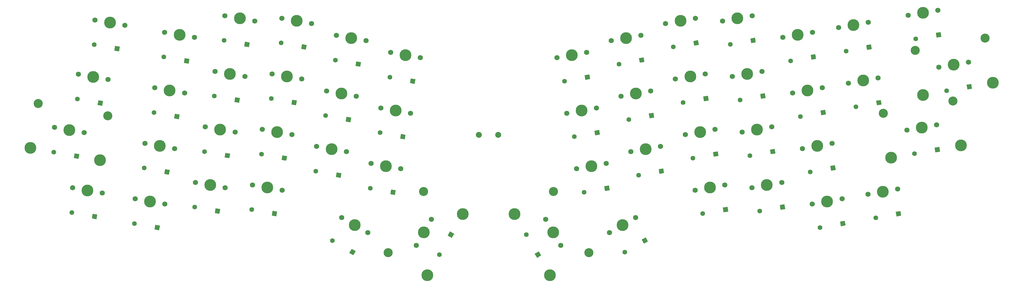
<source format=gts>
G04 #@! TF.GenerationSoftware,KiCad,Pcbnew,(5.1.4-0-10_14)*
G04 #@! TF.CreationDate,2022-04-16T14:17:43-04:00*
G04 #@! TF.ProjectId,keyboard,6b657962-6f61-4726-942e-6b696361645f,rev?*
G04 #@! TF.SameCoordinates,Original*
G04 #@! TF.FileFunction,Soldermask,Top*
G04 #@! TF.FilePolarity,Negative*
%FSLAX46Y46*%
G04 Gerber Fmt 4.6, Leading zero omitted, Abs format (unit mm)*
G04 Created by KiCad (PCBNEW (5.1.4-0-10_14)) date 2022-04-16 14:17:43*
%MOMM*%
%LPD*%
G04 APERTURE LIST*
%ADD10C,2.000000*%
%ADD11C,1.750000*%
%ADD12C,3.987800*%
%ADD13C,1.600000*%
%ADD14C,0.100000*%
%ADD15C,3.048000*%
G04 APERTURE END LIST*
D10*
X207626800Y-93726000D03*
X214126800Y-93726000D03*
D11*
X144610691Y-93619674D03*
X134605045Y-91855408D03*
D12*
X139607868Y-92737541D03*
D11*
X362262011Y-51600531D03*
X352256365Y-53364797D03*
D12*
X357259188Y-52482664D03*
D11*
X170146209Y-126737400D03*
X161347391Y-121657400D03*
D12*
X165746800Y-124197400D03*
D11*
X181263627Y-105159708D03*
X171257981Y-103395442D03*
D12*
X176260804Y-104277575D03*
D11*
X101784565Y-117089555D03*
X91778919Y-115325289D03*
D12*
X96781742Y-116207422D03*
D11*
X108400560Y-79568380D03*
X98394914Y-77804114D03*
D12*
X103397737Y-78686247D03*
D13*
X94815524Y-104899194D03*
X102497024Y-106253650D03*
D14*
G36*
X103423789Y-105604722D02*
G01*
X103145952Y-107180415D01*
X101570259Y-106902578D01*
X101848096Y-105326885D01*
X103423789Y-105604722D01*
X103423789Y-105604722D01*
G37*
D13*
X236469516Y-75563216D03*
X244151016Y-74208760D03*
D14*
G36*
X244799944Y-73281995D02*
G01*
X245077781Y-74857688D01*
X243502088Y-75135525D01*
X243224251Y-73559832D01*
X244799944Y-73281995D01*
X244799944Y-73281995D01*
G37*
D13*
X115138946Y-99343922D03*
X122820446Y-100698378D03*
D14*
G36*
X123747211Y-100049450D02*
G01*
X123469374Y-101625143D01*
X121893681Y-101347306D01*
X122171518Y-99771613D01*
X123747211Y-100049450D01*
X123747211Y-100049450D01*
G37*
D13*
X121754941Y-61822747D03*
X129436441Y-63177203D03*
D14*
G36*
X130363206Y-62528275D02*
G01*
X130085369Y-64103968D01*
X128509676Y-63826131D01*
X128787513Y-62250438D01*
X130363206Y-62528275D01*
X130363206Y-62528275D01*
G37*
D13*
X152660121Y-105959918D03*
X160341621Y-107314374D03*
D14*
G36*
X161268386Y-106665446D02*
G01*
X160990549Y-108241139D01*
X159414856Y-107963302D01*
X159692693Y-106387609D01*
X161268386Y-106665446D01*
X161268386Y-106665446D01*
G37*
D13*
X322564574Y-125014238D03*
X330246074Y-123659782D03*
D14*
G36*
X330895002Y-122733017D02*
G01*
X331172839Y-124308710D01*
X329597146Y-124586547D01*
X329319309Y-123010854D01*
X330895002Y-122733017D01*
X330895002Y-122733017D01*
G37*
D13*
X254795984Y-69793199D03*
X262477484Y-68438743D03*
D14*
G36*
X263126412Y-67511978D02*
G01*
X263404249Y-69087671D01*
X261828556Y-69365508D01*
X261550719Y-67789815D01*
X263126412Y-67511978D01*
X263126412Y-67511978D01*
G37*
D13*
X77980784Y-63243022D03*
X85662284Y-64597478D03*
D14*
G36*
X86589049Y-63948550D02*
G01*
X86311212Y-65524243D01*
X84735519Y-65246406D01*
X85013356Y-63670713D01*
X86589049Y-63948550D01*
X86589049Y-63948550D01*
G37*
D13*
X177602584Y-74208760D03*
X185284084Y-75563216D03*
D14*
G36*
X186210849Y-74914288D02*
G01*
X185933012Y-76489981D01*
X184357319Y-76212144D01*
X184635156Y-74636451D01*
X186210849Y-74914288D01*
X186210849Y-74914288D01*
G37*
D13*
X111830948Y-118104510D03*
X119512448Y-119458966D03*
D14*
G36*
X120439213Y-118810038D02*
G01*
X120161376Y-120385731D01*
X118585683Y-120107894D01*
X118863520Y-118532201D01*
X120439213Y-118810038D01*
X120439213Y-118810038D01*
G37*
D13*
X331401169Y-65424477D03*
X339082669Y-64070021D03*
D14*
G36*
X339731597Y-63143256D02*
G01*
X340009434Y-64718949D01*
X338433741Y-64996786D01*
X338155904Y-63421093D01*
X339731597Y-63143256D01*
X339731597Y-63143256D01*
G37*
D13*
X256756801Y-133296440D03*
X263511799Y-129396440D03*
D14*
G36*
X263804619Y-128303620D02*
G01*
X264604619Y-129689260D01*
X263218979Y-130489260D01*
X262418979Y-129103620D01*
X263804619Y-128303620D01*
X263804619Y-128303620D01*
G37*
D13*
X319256576Y-106253650D03*
X326938076Y-104899194D03*
D14*
G36*
X327587004Y-103972429D02*
G01*
X327864841Y-105548122D01*
X326289148Y-105825959D01*
X326011311Y-104250266D01*
X327587004Y-103972429D01*
X327587004Y-103972429D01*
G37*
D13*
X64329568Y-99523698D03*
X72011068Y-100878154D03*
D14*
G36*
X72937833Y-100229226D02*
G01*
X72659996Y-101804919D01*
X71084303Y-101527082D01*
X71362140Y-99951389D01*
X72937833Y-100229226D01*
X72937833Y-100229226D01*
G37*
D13*
X354432679Y-100051154D03*
X362114179Y-98696698D03*
D14*
G36*
X362763107Y-97769933D02*
G01*
X363040944Y-99345626D01*
X361465251Y-99623463D01*
X361187414Y-98047770D01*
X362763107Y-97769933D01*
X362763107Y-97769933D01*
G37*
D13*
X315948579Y-87493063D03*
X323630079Y-86138607D03*
D14*
G36*
X324279007Y-85211842D02*
G01*
X324556844Y-86787535D01*
X322981151Y-87065372D01*
X322703314Y-85489679D01*
X324279007Y-85211842D01*
X324279007Y-85211842D01*
G37*
D13*
X118446944Y-80583335D03*
X126128444Y-81937791D03*
D14*
G36*
X127055209Y-81288863D02*
G01*
X126777372Y-82864556D01*
X125201679Y-82586719D01*
X125479516Y-81011026D01*
X127055209Y-81288863D01*
X127055209Y-81288863D01*
G37*
D13*
X341325162Y-121706240D03*
X349006662Y-120351784D03*
D14*
G36*
X349655590Y-119425019D02*
G01*
X349933427Y-121000712D01*
X348357734Y-121278549D01*
X348079897Y-119702856D01*
X349655590Y-119425019D01*
X349655590Y-119425019D01*
G37*
D13*
X159276116Y-68438743D03*
X166957616Y-69793199D03*
D14*
G36*
X167884381Y-69144271D02*
G01*
X167606544Y-70719964D01*
X166030851Y-70442127D01*
X166308688Y-68866434D01*
X167884381Y-69144271D01*
X167884381Y-69144271D01*
G37*
D13*
X334709167Y-84185065D03*
X342390667Y-82830609D03*
D14*
G36*
X343039595Y-81903844D02*
G01*
X343317432Y-83479537D01*
X341741739Y-83757374D01*
X341463902Y-82181681D01*
X343039595Y-81903844D01*
X343039595Y-81903844D01*
G37*
D13*
X101431519Y-67378019D03*
X109113019Y-68732475D03*
D14*
G36*
X110039784Y-68083547D02*
G01*
X109761947Y-69659240D01*
X108186254Y-69381403D01*
X108464091Y-67805710D01*
X110039784Y-68083547D01*
X110039784Y-68083547D01*
G37*
D13*
X312640581Y-68732475D03*
X320322081Y-67378019D03*
D14*
G36*
X320971009Y-66451254D02*
G01*
X321248846Y-68026947D01*
X319673153Y-68304784D01*
X319395316Y-66729091D01*
X320971009Y-66451254D01*
X320971009Y-66451254D01*
G37*
D13*
X292317159Y-63177203D03*
X299998659Y-61822747D03*
D14*
G36*
X300647587Y-60895982D02*
G01*
X300925424Y-62471675D01*
X299349731Y-62749512D01*
X299071894Y-61173819D01*
X300647587Y-60895982D01*
X300647587Y-60895982D01*
G37*
D13*
X243085511Y-113084391D03*
X250767011Y-111729935D03*
D14*
G36*
X251415939Y-110803170D02*
G01*
X251693776Y-112378863D01*
X250118083Y-112656700D01*
X249840246Y-111081007D01*
X251415939Y-110803170D01*
X251415939Y-110803170D01*
G37*
D13*
X131025655Y-118950489D03*
X138707155Y-120304945D03*
D14*
G36*
X139633920Y-119656017D02*
G01*
X139356083Y-121231710D01*
X137780390Y-120953873D01*
X138058227Y-119378180D01*
X139633920Y-119656017D01*
X139633920Y-119656017D01*
G37*
D13*
X261411979Y-107314374D03*
X269093479Y-105959918D03*
D14*
G36*
X269742407Y-105033153D02*
G01*
X270020244Y-106608846D01*
X268444551Y-106886683D01*
X268166714Y-105310990D01*
X269742407Y-105033153D01*
X269742407Y-105033153D01*
G37*
D13*
X283046445Y-120304945D03*
X290727945Y-118950489D03*
D14*
G36*
X291376873Y-118023724D02*
G01*
X291654710Y-119599417D01*
X290079017Y-119877254D01*
X289801180Y-118301561D01*
X291376873Y-118023724D01*
X291376873Y-118023724D01*
G37*
D13*
X295625157Y-81937791D03*
X303306657Y-80583335D03*
D14*
G36*
X303955585Y-79656570D02*
G01*
X304233422Y-81232263D01*
X302657729Y-81510100D01*
X302379892Y-79934407D01*
X303955585Y-79656570D01*
X303955585Y-79656570D01*
G37*
D13*
X276430450Y-82783770D03*
X284111950Y-81429314D03*
D14*
G36*
X284760878Y-80502549D02*
G01*
X285038715Y-82078242D01*
X283463022Y-82356079D01*
X283185185Y-80780386D01*
X284760878Y-80502549D01*
X284760878Y-80502549D01*
G37*
D13*
X258103982Y-88553787D03*
X265785482Y-87199331D03*
D14*
G36*
X266434410Y-86272566D02*
G01*
X266712247Y-87848259D01*
X265136554Y-88126096D01*
X264858717Y-86550403D01*
X266434410Y-86272566D01*
X266434410Y-86272566D01*
G37*
D13*
X273122452Y-64023182D03*
X280803952Y-62668726D03*
D14*
G36*
X281452880Y-61741961D02*
G01*
X281730717Y-63317654D01*
X280155024Y-63595491D01*
X279877187Y-62019798D01*
X281452880Y-61741961D01*
X281452880Y-61741961D01*
G37*
D13*
X239777514Y-94323804D03*
X247459014Y-92969348D03*
D14*
G36*
X248107942Y-92042583D02*
G01*
X248385779Y-93618276D01*
X246810086Y-93896113D01*
X246532249Y-92320420D01*
X248107942Y-92042583D01*
X248107942Y-92042583D01*
G37*
D13*
X174294587Y-92969348D03*
X181976087Y-94323804D03*
D14*
G36*
X182902852Y-93674876D02*
G01*
X182625015Y-95250569D01*
X181049322Y-94972732D01*
X181327159Y-93397039D01*
X182902852Y-93674876D01*
X182902852Y-93674876D01*
G37*
D13*
X155968119Y-87199331D03*
X163649619Y-88553787D03*
D14*
G36*
X164576384Y-87904859D02*
G01*
X164298547Y-89480552D01*
X162722854Y-89202715D01*
X163000691Y-87627022D01*
X164576384Y-87904859D01*
X164576384Y-87904859D01*
G37*
D13*
X365195122Y-78809569D03*
X372876622Y-77455113D03*
D14*
G36*
X373525550Y-76528348D02*
G01*
X373803387Y-78104041D01*
X372227694Y-78381878D01*
X371949857Y-76806185D01*
X373525550Y-76528348D01*
X373525550Y-76528348D01*
G37*
D13*
X140949648Y-62668726D03*
X148631148Y-64023182D03*
D14*
G36*
X149557913Y-63374254D02*
G01*
X149280076Y-64949947D01*
X147704383Y-64672110D01*
X147982220Y-63096417D01*
X149557913Y-63374254D01*
X149557913Y-63374254D01*
G37*
D13*
X302241152Y-119458966D03*
X309922652Y-118104510D03*
D14*
G36*
X310571580Y-117177745D02*
G01*
X310849417Y-118753438D01*
X309273724Y-119031275D01*
X308995887Y-117455582D01*
X310571580Y-117177745D01*
X310571580Y-117177745D01*
G37*
D13*
X298933154Y-100698378D03*
X306614654Y-99343922D03*
D14*
G36*
X307263582Y-98417157D02*
G01*
X307541419Y-99992850D01*
X305965726Y-100270687D01*
X305687889Y-98694994D01*
X307263582Y-98417157D01*
X307263582Y-98417157D01*
G37*
D13*
X137641651Y-81429314D03*
X145323151Y-82783770D03*
D14*
G36*
X146249916Y-82134842D02*
G01*
X145972079Y-83710535D01*
X144396386Y-83432698D01*
X144674223Y-81857005D01*
X146249916Y-82134842D01*
X146249916Y-82134842D01*
G37*
D13*
X70401865Y-119938285D03*
X78083365Y-121292741D03*
D14*
G36*
X79010130Y-120643813D02*
G01*
X78732293Y-122219506D01*
X77156600Y-121941669D01*
X77434437Y-120365976D01*
X79010130Y-120643813D01*
X79010130Y-120643813D01*
G37*
D13*
X194268347Y-134169132D03*
X198168347Y-127414134D03*
D14*
G36*
X197875527Y-126321314D02*
G01*
X199261167Y-127121314D01*
X198461167Y-128506954D01*
X197075527Y-127706954D01*
X197875527Y-126321314D01*
X197875527Y-126321314D01*
G37*
D13*
X279738447Y-101544357D03*
X287419947Y-100189901D03*
D14*
G36*
X288068875Y-99263136D02*
G01*
X288346712Y-100838829D01*
X286771019Y-101116666D01*
X286493182Y-99540973D01*
X288068875Y-99263136D01*
X288068875Y-99263136D01*
G37*
D13*
X72327713Y-81590110D03*
X80009213Y-82944566D03*
D14*
G36*
X80935978Y-82295638D02*
G01*
X80658141Y-83871331D01*
X79082448Y-83593494D01*
X79360285Y-82017801D01*
X80935978Y-82295638D01*
X80935978Y-82295638D01*
G37*
D13*
X134333653Y-100189901D03*
X142015153Y-101544357D03*
D14*
G36*
X142941918Y-100895429D02*
G01*
X142664081Y-102471122D01*
X141088388Y-102193285D01*
X141366225Y-100617592D01*
X142941918Y-100895429D01*
X142941918Y-100895429D01*
G37*
D13*
X354851904Y-61289480D03*
X362533404Y-59935024D03*
D14*
G36*
X363182332Y-59008259D02*
G01*
X363460169Y-60583952D01*
X361884476Y-60861789D01*
X361606639Y-59286096D01*
X363182332Y-59008259D01*
X363182332Y-59008259D01*
G37*
D13*
X158241801Y-129396440D03*
X164996799Y-133296440D03*
D14*
G36*
X166089619Y-133003620D02*
G01*
X165289619Y-134389260D01*
X163903979Y-133589260D01*
X164703979Y-132203620D01*
X166089619Y-133003620D01*
X166089619Y-133003620D01*
G37*
D13*
X170986589Y-111729935D03*
X178668089Y-113084391D03*
D14*
G36*
X179594854Y-112435463D02*
G01*
X179317017Y-114011156D01*
X177741324Y-113733319D01*
X178019161Y-112157626D01*
X179594854Y-112435463D01*
X179594854Y-112435463D01*
G37*
D13*
X91507526Y-123659782D03*
X99189026Y-125014238D03*
D14*
G36*
X100115791Y-124365310D02*
G01*
X99837954Y-125941003D01*
X98262261Y-125663166D01*
X98540098Y-124087473D01*
X100115791Y-124365310D01*
X100115791Y-124365310D01*
G37*
D13*
X223585253Y-127414134D03*
X227485253Y-134169132D03*
D14*
G36*
X228578073Y-134461952D02*
G01*
X227192433Y-135261952D01*
X226392433Y-133876312D01*
X227778073Y-133076312D01*
X228578073Y-134461952D01*
X228578073Y-134461952D01*
G37*
D13*
X98123522Y-86138607D03*
X105805022Y-87493063D03*
D14*
G36*
X106731787Y-86844135D02*
G01*
X106453950Y-88419828D01*
X104878257Y-88141991D01*
X105156094Y-86566298D01*
X106731787Y-86844135D01*
X106731787Y-86844135D01*
G37*
D11*
X111708558Y-60807792D03*
X101702912Y-59043526D03*
D12*
X106705735Y-59925659D03*
X202187347Y-120453022D03*
X190249347Y-141130244D03*
D15*
X188989120Y-112833022D03*
X177051120Y-133510244D03*
D11*
X191609307Y-122264724D03*
X186529307Y-131063542D03*
D12*
X189069307Y-126664133D03*
X231504253Y-141130244D03*
X219566253Y-120453022D03*
D15*
X244702480Y-133510244D03*
X232764480Y-112833022D03*
D11*
X235224293Y-131063542D03*
X230144293Y-122264724D03*
D12*
X232684293Y-126664133D03*
D11*
X348735269Y-112017291D03*
X338729623Y-113781557D03*
D12*
X343732446Y-112899424D03*
D11*
X105092562Y-98328967D03*
X95086916Y-96564701D03*
D12*
X100089739Y-97446834D03*
D11*
X243879623Y-65874267D03*
X233873977Y-67638533D03*
D12*
X238876800Y-66756400D03*
D11*
X125415984Y-92773695D03*
X115410338Y-91009429D03*
D12*
X120413161Y-91891562D03*
D11*
X132031980Y-55252520D03*
X122026334Y-53488254D03*
D12*
X127029157Y-54370387D03*
D11*
X162937159Y-99389691D03*
X152931513Y-97625425D03*
D12*
X157934336Y-98507558D03*
D11*
X329974681Y-115325289D03*
X319969035Y-117089555D03*
D12*
X324971858Y-116207422D03*
D11*
X262206091Y-60104250D03*
X252200445Y-61868516D03*
D12*
X257203268Y-60986383D03*
D11*
X88257823Y-56672795D03*
X78252177Y-54908529D03*
D12*
X83255000Y-55790662D03*
D11*
X187879623Y-67638533D03*
X177873977Y-65874267D03*
D12*
X182876800Y-66756400D03*
D11*
X122107987Y-111534283D03*
X112102341Y-109770017D03*
D12*
X117105164Y-110652150D03*
D11*
X338811276Y-55735528D03*
X328805630Y-57499794D03*
D12*
X333808453Y-56617661D03*
D11*
X260406209Y-121657400D03*
X251607391Y-126737400D03*
D12*
X256006800Y-124197400D03*
D11*
X326666684Y-96564701D03*
X316661038Y-98328967D03*
D12*
X321663861Y-97446834D03*
X79926953Y-102273938D03*
X56413683Y-98127914D03*
D15*
X82573351Y-87265468D03*
X59060082Y-83119444D03*
D11*
X74606607Y-92953471D03*
X64600961Y-91189205D03*
D12*
X69603784Y-92071338D03*
X370030064Y-97300914D03*
X346516794Y-101446938D03*
D15*
X367383665Y-82292444D03*
X343870396Y-86438468D03*
D11*
X361842786Y-90362205D03*
X351837140Y-92126471D03*
D12*
X356839963Y-91244338D03*
D11*
X323358686Y-77804114D03*
X313353040Y-79568380D03*
D12*
X318355863Y-78686247D03*
D11*
X128723982Y-74013108D03*
X118718336Y-72248842D03*
D12*
X123721159Y-73130975D03*
D11*
X169553155Y-61868516D03*
X159547509Y-60104250D03*
D12*
X164550332Y-60986383D03*
D11*
X342119274Y-74496116D03*
X332113628Y-76260382D03*
D12*
X337116451Y-75378249D03*
D11*
X320050688Y-59043526D03*
X310045042Y-60807792D03*
D12*
X315047865Y-59925659D03*
D11*
X299727266Y-53488254D03*
X289721620Y-55252520D03*
D12*
X294724443Y-54370387D03*
D11*
X250495619Y-103395442D03*
X240489973Y-105159708D03*
D12*
X245492796Y-104277575D03*
D11*
X141302694Y-112380262D03*
X131297048Y-110615996D03*
D12*
X136299871Y-111498129D03*
D11*
X268822087Y-97625425D03*
X258816441Y-99389691D03*
D12*
X263819264Y-98507558D03*
D11*
X290456552Y-110615996D03*
X280450906Y-112380262D03*
D12*
X285453729Y-111498129D03*
D11*
X303035264Y-72248842D03*
X293029618Y-74013108D03*
D12*
X298032441Y-73130975D03*
D11*
X283840557Y-73094821D03*
X273834911Y-74859087D03*
D12*
X278837734Y-73976954D03*
D11*
X265514089Y-78864838D03*
X255508443Y-80629104D03*
D12*
X260511266Y-79746971D03*
D11*
X280532559Y-54334233D03*
X270526913Y-56098499D03*
D12*
X275529736Y-55216366D03*
D11*
X247187621Y-84634855D03*
X237181975Y-86399121D03*
D12*
X242184798Y-85516988D03*
D11*
X184571625Y-86399121D03*
X174565979Y-84634855D03*
D12*
X179568802Y-85516988D03*
D11*
X166245157Y-80629104D03*
X156239511Y-78864838D03*
D12*
X161242334Y-79746971D03*
X380792507Y-76059329D03*
X357279237Y-80205353D03*
D15*
X378146108Y-61050859D03*
X354632839Y-65196883D03*
D11*
X372605229Y-69120620D03*
X362599583Y-70884886D03*
D12*
X367602406Y-70002753D03*
D11*
X151226687Y-56098499D03*
X141221041Y-54334233D03*
D12*
X146223864Y-55216366D03*
D11*
X309651259Y-109770017D03*
X299645613Y-111534283D03*
D12*
X304648436Y-110652150D03*
D11*
X306343262Y-91009429D03*
X296337616Y-92773695D03*
D12*
X301340439Y-91891562D03*
D11*
X147918689Y-74859087D03*
X137913043Y-73094821D03*
D12*
X142915866Y-73976954D03*
D11*
X80678904Y-113368058D03*
X70673258Y-111603792D03*
D12*
X75676081Y-112485925D03*
D11*
X287148555Y-91855408D03*
X277142909Y-93619674D03*
D12*
X282145732Y-92737541D03*
D11*
X82604752Y-75019883D03*
X72599106Y-73255617D03*
D12*
X77601929Y-74137750D03*
M02*

</source>
